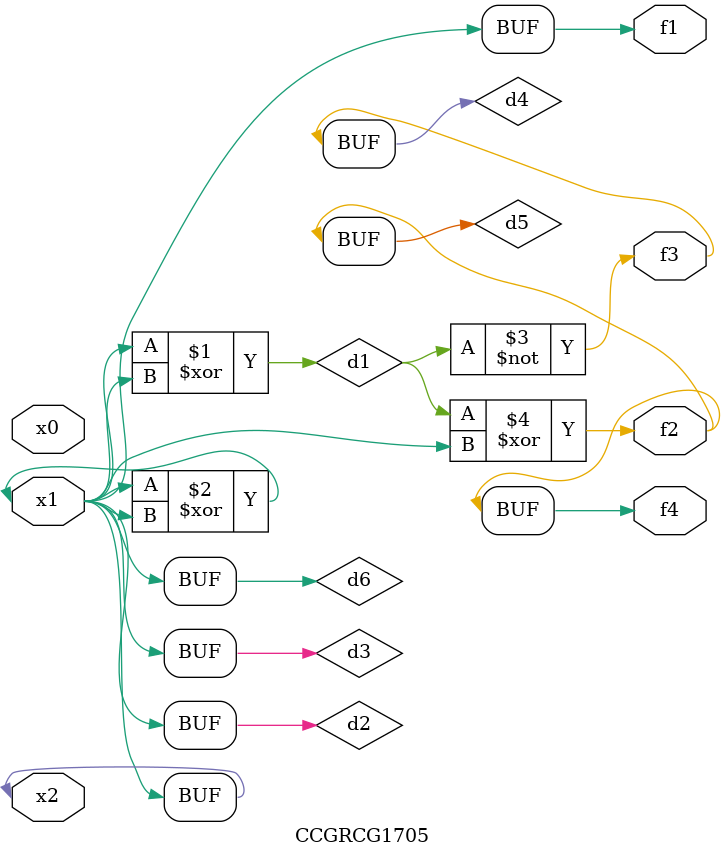
<source format=v>
module CCGRCG1705(
	input x0, x1, x2,
	output f1, f2, f3, f4
);

	wire d1, d2, d3, d4, d5, d6;

	xor (d1, x1, x2);
	buf (d2, x1, x2);
	xor (d3, x1, x2);
	nor (d4, d1);
	xor (d5, d1, d2);
	buf (d6, d2, d3);
	assign f1 = d6;
	assign f2 = d5;
	assign f3 = d4;
	assign f4 = d5;
endmodule

</source>
